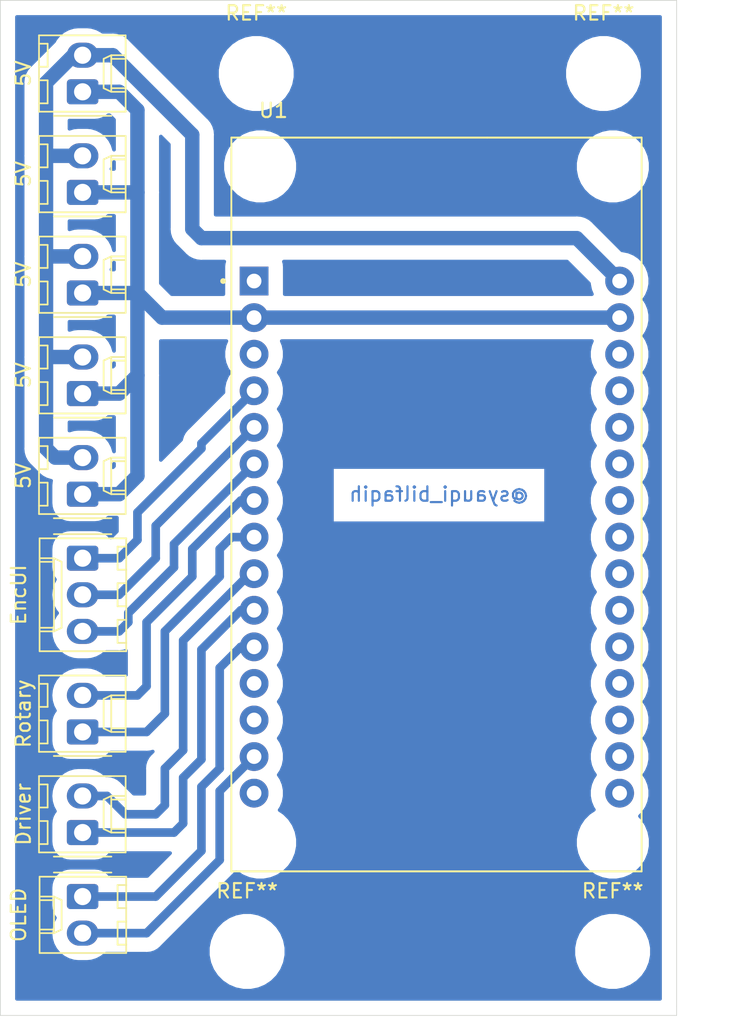
<source format=kicad_pcb>
(kicad_pcb (version 20240108) (generator "pcbnew") (generator_version "8.0")
  (layers (0 "F.Cu" signal) (31 "B.Cu" signal) (34 "B.Paste" user) (35 "F.Paste" user) (36 "B.SilkS" user "B.Silkscreen") (37 "F.SilkS" user "F.Silkscreen") (38 "B.Mask" user) (39 "F.Mask" user) (44 "Edge.Cuts" user))
  (net 0 "")
  (net 1 "SW")
  (net 2 "DT")
  (net 3 "CLK")
  (net 4 "SCL")
  (net 5 "SDA")
  (net 6 "1B")
  (net 7 "1A")
  (net 8 "EncB")
  (net 9 "EncA")
  (net 10 "5V")
  (net 11 "GND")
  (net 12 "Net-(U1-Pad16)")
  (net 13 "Net-(U1-Pad17)")
  (net 14 "Net-(U1-Pad18)")
  (net 15 "Net-(U1-Pad19)")
  (net 16 "Net-(U1-Pad20)")
  (net 17 "Net-(U1-Pad21)")
  (net 18 "Net-(U1-Pad22)")
  (net 19 "Net-(U1-Pad23)")
  (net 20 "Net-(U1-Pad24)")
  (net 21 "Net-(U1-Pad25)")
  (net 22 "Net-(U1-Pad27)")
  (net 23 "Net-(U1-Pad28)")
  (net 24 "Net-(U1-Pad15)")
  (net 25 "Net-(U1-Pad13)")
  (net 26 "Net-(U1-Pad12)")
  (net 27 "Net-(U1-Pad3)")
  (net 28 "Net-(U1-Pad1)")
  (net 29 "Net-(U1-Pad26)")
  (footprint "Connector_Molex:Molex_KK-254_AE-6410-03A_1x03_P2.54mm_Vertical" (layer "F.Cu") (at 114.3 86.36 -90)
    (property "Reference" "EncUI" (at 2.54 4.445 90) (layer "F.SilkS"))
    (property "Value" "EncUI")
    (fp_line (start -1.38 2.99) (end 6.46 2.99) (stroke (width 0.12)) (layer "F.SilkS"))
    (fp_line (start 0 2.99) (end 0 1.99) (stroke (width 0.12)) (layer "F.SilkS"))
    (fp_line (start 0.25 2.99) (end 0.25 1.99) (stroke (width 0.12)) (layer "F.SilkS"))
    (fp_line (start 4.83 2.99) (end 4.83 1.99) (stroke (width 0.12)) (layer "F.SilkS"))
    (fp_line (start 6.46 2.99) (end 6.46 -3.03) (stroke (width 0.12)) (layer "F.SilkS"))
    (fp_line (start 0 1.99) (end 5.08 1.99) (stroke (width 0.12)) (layer "F.SilkS"))
    (fp_line (start 0 1.99) (end 0.25 1.46) (stroke (width 0.12)) (layer "F.SilkS"))
    (fp_line (start 5.08 1.99) (end 5.08 2.99) (stroke (width 0.12)) (layer "F.SilkS"))
    (fp_line (start 0.25 1.46) (end 4.83 1.46) (stroke (width 0.12)) (layer "F.SilkS"))
    (fp_line (start 4.83 1.46) (end 5.08 1.99) (stroke (width 0.12)) (layer "F.SilkS"))
    (fp_line (start -1.67 -2) (end -1.67 2) (stroke (width 0.12)) (layer "F.SilkS"))
    (fp_line (start -0.8 -2.43) (end 0.8 -2.43) (stroke (width 0.12)) (layer "F.SilkS"))
    (fp_line (start 0.8 -2.43) (end 0.8 -3.03) (stroke (width 0.12)) (layer "F.SilkS"))
    (fp_line (start 1.74 -2.43) (end 3.34 -2.43) (stroke (width 0.12)) (layer "F.SilkS"))
    (fp_line (start 3.34 -2.43) (end 3.34 -3.03) (stroke (width 0.12)) (layer "F.SilkS"))
    (fp_line (start 4.28 -2.43) (end 5.88 -2.43) (stroke (width 0.12)) (layer "F.SilkS"))
    (fp_line (start 5.88 -2.43) (end 5.88 -3.03) (stroke (width 0.12)) (layer "F.SilkS"))
    (fp_line (start -1.38 -3.03) (end -1.38 2.99) (stroke (width 0.12)) (layer "F.SilkS"))
    (fp_line (start -0.8 -3.03) (end -0.8 -2.43) (stroke (width 0.12)) (layer "F.SilkS"))
    (fp_line (start 1.74 -3.03) (end 1.74 -2.43) (stroke (width 0.12)) (layer "F.SilkS"))
    (fp_line (start 4.28 -3.03) (end 4.28 -2.43) (stroke (width 0.12)) (layer "F.SilkS"))
    (fp_line (start 6.46 -3.03) (end -1.38 -3.03) (stroke (width 0.12)) (layer "F.SilkS"))
    (pad "1" thru_hole roundrect (at 0 0 270) (size 1.74 2.19) (drill 1.19) (layers "*.Cu" "*.Mask") (roundrect_rratio 0.143678) (net 3 "CLK"))
    (pad "2" thru_hole oval (at 2.54 0 270) (size 1.74 2.19) (drill 1.19) (layers "*.Cu" "*.Mask") (net 2 "DT"))
    (pad "3" thru_hole oval (at 5.08 0 270) (size 1.74 2.19) (drill 1.19) (layers "*.Cu" "*.Mask") (net 1 "SW"))
  )
  (footprint "Connector_Molex:Molex_KK-254_AE-6410-02A_1x02_P2.54mm_Vertical" (layer "F.Cu") (at 114.3 109.855 -90)
    (property "Reference" "OLED" (at 1.27 4.445 90) (layer "F.SilkS"))
    (property "Value" "Oled")
    (fp_line (start -1.38 2.99) (end 3.92 2.99) (stroke (width 0.12)) (layer "F.SilkS"))
    (fp_line (start 0 2.99) (end 0 1.99) (stroke (width 0.12)) (layer "F.SilkS"))
    (fp_line (start 0.25 2.99) (end 0.25 1.99) (stroke (width 0.12)) (layer "F.SilkS"))
    (fp_line (start 2.29 2.99) (end 2.29 1.99) (stroke (width 0.12)) (layer "F.SilkS"))
    (fp_line (start 3.92 2.99) (end 3.92 -3.03) (stroke (width 0.12)) (layer "F.SilkS"))
    (fp_line (start 0 1.99) (end 2.54 1.99) (stroke (width 0.12)) (layer "F.SilkS"))
    (fp_line (start 0 1.99) (end 0.25 1.46) (stroke (width 0.12)) (layer "F.SilkS"))
    (fp_line (start 2.54 1.99) (end 2.54 2.99) (stroke (width 0.12)) (layer "F.SilkS"))
    (fp_line (start 0.25 1.46) (end 2.29 1.46) (stroke (width 0.12)) (layer "F.SilkS"))
    (fp_line (start 2.29 1.46) (end 2.54 1.99) (stroke (width 0.12)) (layer "F.SilkS"))
    (fp_line (start -1.67 -2) (end -1.67 2) (stroke (width 0.12)) (layer "F.SilkS"))
    (fp_line (start -0.8 -2.43) (end 0.8 -2.43) (stroke (width 0.12)) (layer "F.SilkS"))
    (fp_line (start 0.8 -2.43) (end 0.8 -3.03) (stroke (width 0.12)) (layer "F.SilkS"))
    (fp_line (start 1.74 -2.43) (end 3.34 -2.43) (stroke (width 0.12)) (layer "F.SilkS"))
    (fp_line (start 3.34 -2.43) (end 3.34 -3.03) (stroke (width 0.12)) (layer "F.SilkS"))
    (fp_line (start -1.38 -3.03) (end -1.38 2.99) (stroke (width 0.12)) (layer "F.SilkS"))
    (fp_line (start -0.8 -3.03) (end -0.8 -2.43) (stroke (width 0.12)) (layer "F.SilkS"))
    (fp_line (start 1.74 -3.03) (end 1.74 -2.43) (stroke (width 0.12)) (layer "F.SilkS"))
    (fp_line (start 3.92 -3.03) (end -1.38 -3.03) (stroke (width 0.12)) (layer "F.SilkS"))
    (pad "1" thru_hole roundrect (at 0 0 270) (size 1.74 2.19) (drill 1.19) (layers "*.Cu" "*.Mask") (roundrect_rratio 0.143678) (net 5 "SDA"))
    (pad "2" thru_hole oval (at 2.54 0 270) (size 1.74 2.19) (drill 1.19) (layers "*.Cu" "*.Mask") (net 4 "SCL"))
  )
  (footprint "Connector_Molex:Molex_KK-254_AE-6410-02A_1x02_P2.54mm_Vertical" (layer "F.Cu") (at 114.3 105.41 90)
    (property "Reference" "Driver" (at 1.27 -4.12 90) (layer "F.SilkS"))
    (property "Value" "Driver")
    (fp_line (start 3.92 -3.03) (end -1.38 -3.03) (stroke (width 0.12)) (layer "F.SilkS"))
    (fp_line (start 1.74 -3.03) (end 1.74 -2.43) (stroke (width 0.12)) (layer "F.SilkS"))
    (fp_line (start -0.8 -3.03) (end -0.8 -2.43) (stroke (width 0.12)) (layer "F.SilkS"))
    (fp_line (start -1.38 -3.03) (end -1.38 2.99) (stroke (width 0.12)) (layer "F.SilkS"))
    (fp_line (start 3.34 -2.43) (end 3.34 -3.03) (stroke (width 0.12)) (layer "F.SilkS"))
    (fp_line (start 1.74 -2.43) (end 3.34 -2.43) (stroke (width 0.12)) (layer "F.SilkS"))
    (fp_line (start 0.8 -2.43) (end 0.8 -3.03) (stroke (width 0.12)) (layer "F.SilkS"))
    (fp_line (start -0.8 -2.43) (end 0.8 -2.43) (stroke (width 0.12)) (layer "F.SilkS"))
    (fp_line (start -1.67 -2) (end -1.67 2) (stroke (width 0.12)) (layer "F.SilkS"))
    (fp_line (start 2.29 1.46) (end 2.54 1.99) (stroke (width 0.12)) (layer "F.SilkS"))
    (fp_line (start 0.25 1.46) (end 2.29 1.46) (stroke (width 0.12)) (layer "F.SilkS"))
    (fp_line (start 2.54 1.99) (end 2.54 2.99) (stroke (width 0.12)) (layer "F.SilkS"))
    (fp_line (start 0 1.99) (end 0.25 1.46) (stroke (width 0.12)) (layer "F.SilkS"))
    (fp_line (start 0 1.99) (end 2.54 1.99) (stroke (width 0.12)) (layer "F.SilkS"))
    (fp_line (start 3.92 2.99) (end 3.92 -3.03) (stroke (width 0.12)) (layer "F.SilkS"))
    (fp_line (start 2.29 2.99) (end 2.29 1.99) (stroke (width 0.12)) (layer "F.SilkS"))
    (fp_line (start 0.25 2.99) (end 0.25 1.99) (stroke (width 0.12)) (layer "F.SilkS"))
    (fp_line (start 0 2.99) (end 0 1.99) (stroke (width 0.12)) (layer "F.SilkS"))
    (fp_line (start -1.38 2.99) (end 3.92 2.99) (stroke (width 0.12)) (layer "F.SilkS"))
    (pad "1" thru_hole roundrect (at 0 0 90) (size 1.74 2.19) (drill 1.19) (layers "*.Cu" "*.Mask") (roundrect_rratio 0.143678) (net 7 "1A"))
    (pad "2" thru_hole oval (at 2.54 0 90) (size 1.74 2.19) (drill 1.19) (layers "*.Cu" "*.Mask") (net 6 "1B"))
  )
  (footprint "Connector_Molex:Molex_KK-254_AE-6410-02A_1x02_P2.54mm_Vertical" (layer "F.Cu") (at 114.3 98.425 90)
    (property "Reference" "Rotary" (at 1.27 -4.12 90) (layer "F.SilkS"))
    (property "Value" "Rotary")
    (fp_line (start 3.92 -3.03) (end -1.38 -3.03) (stroke (width 0.12)) (layer "F.SilkS"))
    (fp_line (start 1.74 -3.03) (end 1.74 -2.43) (stroke (width 0.12)) (layer "F.SilkS"))
    (fp_line (start -0.8 -3.03) (end -0.8 -2.43) (stroke (width 0.12)) (layer "F.SilkS"))
    (fp_line (start -1.38 -3.03) (end -1.38 2.99) (stroke (width 0.12)) (layer "F.SilkS"))
    (fp_line (start 3.34 -2.43) (end 3.34 -3.03) (stroke (width 0.12)) (layer "F.SilkS"))
    (fp_line (start 1.74 -2.43) (end 3.34 -2.43) (stroke (width 0.12)) (layer "F.SilkS"))
    (fp_line (start 0.8 -2.43) (end 0.8 -3.03) (stroke (width 0.12)) (layer "F.SilkS"))
    (fp_line (start -0.8 -2.43) (end 0.8 -2.43) (stroke (width 0.12)) (layer "F.SilkS"))
    (fp_line (start -1.67 -2) (end -1.67 2) (stroke (width 0.12)) (layer "F.SilkS"))
    (fp_line (start 2.29 1.46) (end 2.54 1.99) (stroke (width 0.12)) (layer "F.SilkS"))
    (fp_line (start 0.25 1.46) (end 2.29 1.46) (stroke (width 0.12)) (layer "F.SilkS"))
    (fp_line (start 2.54 1.99) (end 2.54 2.99) (stroke (width 0.12)) (layer "F.SilkS"))
    (fp_line (start 0 1.99) (end 0.25 1.46) (stroke (width 0.12)) (layer "F.SilkS"))
    (fp_line (start 0 1.99) (end 2.54 1.99) (stroke (width 0.12)) (layer "F.SilkS"))
    (fp_line (start 3.92 2.99) (end 3.92 -3.03) (stroke (width 0.12)) (layer "F.SilkS"))
    (fp_line (start 2.29 2.99) (end 2.29 1.99) (stroke (width 0.12)) (layer "F.SilkS"))
    (fp_line (start 0.25 2.99) (end 0.25 1.99) (stroke (width 0.12)) (layer "F.SilkS"))
    (fp_line (start 0 2.99) (end 0 1.99) (stroke (width 0.12)) (layer "F.SilkS"))
    (fp_line (start -1.38 2.99) (end 3.92 2.99) (stroke (width 0.12)) (layer "F.SilkS"))
    (pad "1" thru_hole roundrect (at 0 0 90) (size 1.74 2.19) (drill 1.19) (layers "*.Cu" "*.Mask") (roundrect_rratio 0.143678) (net 9 "EncA"))
    (pad "2" thru_hole oval (at 2.54 0 90) (size 1.74 2.19) (drill 1.19) (layers "*.Cu" "*.Mask") (net 8 "EncB"))
  )
  (footprint "Connector_Molex:Molex_KK-254_AE-6410-02A_1x02_P2.54mm_Vertical" (layer "F.Cu") (at 114.3 67.945 90)
    (property "Reference" "5V" (at 1.27 -4.12 90) (layer "F.SilkS"))
    (property "Value" "PowerSupply")
    (fp_line (start 3.92 -3.03) (end -1.38 -3.03) (stroke (width 0.12)) (layer "F.SilkS"))
    (fp_line (start 1.74 -3.03) (end 1.74 -2.43) (stroke (width 0.12)) (layer "F.SilkS"))
    (fp_line (start -0.8 -3.03) (end -0.8 -2.43) (stroke (width 0.12)) (layer "F.SilkS"))
    (fp_line (start -1.38 -3.03) (end -1.38 2.99) (stroke (width 0.12)) (layer "F.SilkS"))
    (fp_line (start 3.34 -2.43) (end 3.34 -3.03) (stroke (width 0.12)) (layer "F.SilkS"))
    (fp_line (start 1.74 -2.43) (end 3.34 -2.43) (stroke (width 0.12)) (layer "F.SilkS"))
    (fp_line (start 0.8 -2.43) (end 0.8 -3.03) (stroke (width 0.12)) (layer "F.SilkS"))
    (fp_line (start -0.8 -2.43) (end 0.8 -2.43) (stroke (width 0.12)) (layer "F.SilkS"))
    (fp_line (start -1.67 -2) (end -1.67 2) (stroke (width 0.12)) (layer "F.SilkS"))
    (fp_line (start 2.29 1.46) (end 2.54 1.99) (stroke (width 0.12)) (layer "F.SilkS"))
    (fp_line (start 0.25 1.46) (end 2.29 1.46) (stroke (width 0.12)) (layer "F.SilkS"))
    (fp_line (start 2.54 1.99) (end 2.54 2.99) (stroke (width 0.12)) (layer "F.SilkS"))
    (fp_line (start 0 1.99) (end 0.25 1.46) (stroke (width 0.12)) (layer "F.SilkS"))
    (fp_line (start 0 1.99) (end 2.54 1.99) (stroke (width 0.12)) (layer "F.SilkS"))
    (fp_line (start 3.92 2.99) (end 3.92 -3.03) (stroke (width 0.12)) (layer "F.SilkS"))
    (fp_line (start 2.29 2.99) (end 2.29 1.99) (stroke (width 0.12)) (layer "F.SilkS"))
    (fp_line (start 0.25 2.99) (end 0.25 1.99) (stroke (width 0.12)) (layer "F.SilkS"))
    (fp_line (start 0 2.99) (end 0 1.99) (stroke (width 0.12)) (layer "F.SilkS"))
    (fp_line (start -1.38 2.99) (end 3.92 2.99) (stroke (width 0.12)) (layer "F.SilkS"))
    (pad "1" thru_hole roundrect (at 0 0 90) (size 1.74 2.19) (drill 1.19) (layers "*.Cu" "*.Mask") (roundrect_rratio 0.143678) (net 11 "GND"))
    (pad "2" thru_hole oval (at 2.54 0 90) (size 1.74 2.19) (drill 1.19) (layers "*.Cu" "*.Mask") (net 10 "5V"))
  )
  (footprint "Connector_Molex:Molex_KK-254_AE-6410-02A_1x02_P2.54mm_Vertical" (layer "F.Cu") (at 114.3 81.915 90)
    (property "Reference" "5V" (at 1.27 -4.12 90) (layer "F.SilkS"))
    (property "Value" "SupplyRotary")
    (fp_line (start 3.92 -3.03) (end -1.38 -3.03) (stroke (width 0.12)) (layer "F.SilkS"))
    (fp_line (start 1.74 -3.03) (end 1.74 -2.43) (stroke (width 0.12)) (layer "F.SilkS"))
    (fp_line (start -0.8 -3.03) (end -0.8 -2.43) (stroke (width 0.12)) (layer "F.SilkS"))
    (fp_line (start -1.38 -3.03) (end -1.38 2.99) (stroke (width 0.12)) (layer "F.SilkS"))
    (fp_line (start 3.34 -2.43) (end 3.34 -3.03) (stroke (width 0.12)) (layer "F.SilkS"))
    (fp_line (start 1.74 -2.43) (end 3.34 -2.43) (stroke (width 0.12)) (layer "F.SilkS"))
    (fp_line (start 0.8 -2.43) (end 0.8 -3.03) (stroke (width 0.12)) (layer "F.SilkS"))
    (fp_line (start -0.8 -2.43) (end 0.8 -2.43) (stroke (width 0.12)) (layer "F.SilkS"))
    (fp_line (start -1.67 -2) (end -1.67 2) (stroke (width 0.12)) (layer "F.SilkS"))
    (fp_line (start 2.29 1.46) (end 2.54 1.99) (stroke (width 0.12)) (layer "F.SilkS"))
    (fp_line (start 0.25 1.46) (end 2.29 1.46) (stroke (width 0.12)) (layer "F.SilkS"))
    (fp_line (start 2.54 1.99) (end 2.54 2.99) (stroke (width 0.12)) (layer "F.SilkS"))
    (fp_line (start 0 1.99) (end 0.25 1.46) (stroke (width 0.12)) (layer "F.SilkS"))
    (fp_line (start 0 1.99) (end 2.54 1.99) (stroke (width 0.12)) (layer "F.SilkS"))
    (fp_line (start 3.92 2.99) (end 3.92 -3.03) (stroke (width 0.12)) (layer "F.SilkS"))
    (fp_line (start 2.29 2.99) (end 2.29 1.99) (stroke (width 0.12)) (layer "F.SilkS"))
    (fp_line (start 0.25 2.99) (end 0.25 1.99) (stroke (width 0.12)) (layer "F.SilkS"))
    (fp_line (start 0 2.99) (end 0 1.99) (stroke (width 0.12)) (layer "F.SilkS"))
    (fp_line (start -1.38 2.99) (end 3.92 2.99) (stroke (width 0.12)) (layer "F.SilkS"))
    (pad "1" thru_hole roundrect (at 0 0 90) (size 1.74 2.19) (drill 1.19) (layers "*.Cu" "*.Mask") (roundrect_rratio 0.143678) (net 11 "GND"))
    (pad "2" thru_hole oval (at 2.54 0 90) (size 1.74 2.19) (drill 1.19) (layers "*.Cu" "*.Mask") (net 10 "5V"))
  )
  (footprint "Connector_Molex:Molex_KK-254_AE-6410-02A_1x02_P2.54mm_Vertical" (layer "F.Cu") (at 114.3 74.93 90)
    (property "Reference" "5V" (at 1.27 -4.12 90) (layer "F.SilkS"))
    (property "Value" "SupplyDriver")
    (fp_line (start 3.92 -3.03) (end -1.38 -3.03) (stroke (width 0.12)) (layer "F.SilkS"))
    (fp_line (start 1.74 -3.03) (end 1.74 -2.43) (stroke (width 0.12)) (layer "F.SilkS"))
    (fp_line (start -0.8 -3.03) (end -0.8 -2.43) (stroke (width 0.12)) (layer "F.SilkS"))
    (fp_line (start -1.38 -3.03) (end -1.38 2.99) (stroke (width 0.12)) (layer "F.SilkS"))
    (fp_line (start 3.34 -2.43) (end 3.34 -3.03) (stroke (width 0.12)) (layer "F.SilkS"))
    (fp_line (start 1.74 -2.43) (end 3.34 -2.43) (stroke (width 0.12)) (layer "F.SilkS"))
    (fp_line (start 0.8 -2.43) (end 0.8 -3.03) (stroke (width 0.12)) (layer "F.SilkS"))
    (fp_line (start -0.8 -2.43) (end 0.8 -2.43) (stroke (width 0.12)) (layer "F.SilkS"))
    (fp_line (start -1.67 -2) (end -1.67 2) (stroke (width 0.12)) (layer "F.SilkS"))
    (fp_line (start 2.29 1.46) (end 2.54 1.99) (stroke (width 0.12)) (layer "F.SilkS"))
    (fp_line (start 0.25 1.46) (end 2.29 1.46) (stroke (width 0.12)) (layer "F.SilkS"))
    (fp_line (start 2.54 1.99) (end 2.54 2.99) (stroke (width 0.12)) (layer "F.SilkS"))
    (fp_line (start 0 1.99) (end 0.25 1.46) (stroke (width 0.12)) (layer "F.SilkS"))
    (fp_line (start 0 1.99) (end 2.54 1.99) (stroke (width 0.12)) (layer "F.SilkS"))
    (fp_line (start 3.92 2.99) (end 3.92 -3.03) (stroke (width 0.12)) (layer "F.SilkS"))
    (fp_line (start 2.29 2.99) (end 2.29 1.99) (stroke (width 0.12)) (layer "F.SilkS"))
    (fp_line (start 0.25 2.99) (end 0.25 1.99) (stroke (width 0.12)) (layer "F.SilkS"))
    (fp_line (start 0 2.99) (end 0 1.99) (stroke (width 0.12)) (layer "F.SilkS"))
    (fp_line (start -1.38 2.99) (end 3.92 2.99) (stroke (width 0.12)) (layer "F.SilkS"))
    (pad "1" thru_hole roundrect (at 0 0 90) (size 1.74 2.19) (drill 1.19) (layers "*.Cu" "*.Mask") (roundrect_rratio 0.143678) (net 11 "GND"))
    (pad "2" thru_hole oval (at 2.54 0 90) (size 1.74 2.19) (drill 1.19) (layers "*.Cu" "*.Mask") (net 10 "5V"))
  )
  (footprint "Connector_Molex:Molex_KK-254_AE-6410-02A_1x02_P2.54mm_Vertical" (layer "F.Cu") (at 114.3 60.96 90)
    (property "Reference" "5V" (at 1.27 -4.12 90) (layer "F.SilkS"))
    (property "Value" "SupplyOled")
    (fp_line (start 3.92 -3.03) (end -1.38 -3.03) (stroke (width 0.12)) (layer "F.SilkS"))
    (fp_line (start 1.74 -3.03) (end 1.74 -2.43) (stroke (width 0.12)) (layer "F.SilkS"))
    (fp_line (start -0.8 -3.03) (end -0.8 -2.43) (stroke (width 0.12)) (layer "F.SilkS"))
    (fp_line (start -1.38 -3.03) (end -1.38 2.99) (stroke (width 0.12)) (layer "F.SilkS"))
    (fp_line (start 3.34 -2.43) (end 3.34 -3.03) (stroke (width 0.12)) (layer "F.SilkS"))
    (fp_line (start 1.74 -2.43) (end 3.34 -2.43) (stroke (width 0.12)) (layer "F.SilkS"))
    (fp_line (start 0.8 -2.43) (end 0.8 -3.03) (stroke (width 0.12)) (layer "F.SilkS"))
    (fp_line (start -0.8 -2.43) (end 0.8 -2.43) (stroke (width 0.12)) (layer "F.SilkS"))
    (fp_line (start -1.67 -2) (end -1.67 2) (stroke (width 0.12)) (layer "F.SilkS"))
    (fp_line (start 2.29 1.46) (end 2.54 1.99) (stroke (width 0.12)) (layer "F.SilkS"))
    (fp_line (start 0.25 1.46) (end 2.29 1.46) (stroke (width 0.12)) (layer "F.SilkS"))
    (fp_line (start 2.54 1.99) (end 2.54 2.99) (stroke (width 0.12)) (layer "F.SilkS"))
    (fp_line (start 0 1.99) (end 0.25 1.46) (stroke (width 0.12)) (layer "F.SilkS"))
    (fp_line (start 0 1.99) (end 2.54 1.99) (stroke (width 0.12)) (layer "F.SilkS"))
    (fp_line (start 3.92 2.99) (end 3.92 -3.03) (stroke (width 0.12)) (layer "F.SilkS"))
    (fp_line (start 2.29 2.99) (end 2.29 1.99) (stroke (width 0.12)) (layer "F.SilkS"))
    (fp_line (start 0.25 2.99) (end 0.25 1.99) (stroke (width 0.12)) (layer "F.SilkS"))
    (fp_line (start 0 2.99) (end 0 1.99) (stroke (width 0.12)) (layer "F.SilkS"))
    (fp_line (start -1.38 2.99) (end 3.92 2.99) (stroke (width 0.12)) (layer "F.SilkS"))
    (pad "1" thru_hole roundrect (at 0 0 90) (size 1.74 2.19) (drill 1.19) (layers "*.Cu" "*.Mask") (roundrect_rratio 0.143678) (net 11 "GND"))
    (pad "2" thru_hole oval (at 2.54 0 90) (size 1.74 2.19) (drill 1.19) (layers "*.Cu" "*.Mask") (net 10 "5V"))
  )
  (footprint "Connector_Molex:Molex_KK-254_AE-6410-02A_1x02_P2.54mm_Vertical" (layer "F.Cu") (at 114.3 53.975 90)
    (property "Reference" "5V" (at 1.27 -4.12 90) (layer "F.SilkS"))
    (property "Value" "SupplyEncUI")
    (fp_line (start 3.92 -3.03) (end -1.38 -3.03) (stroke (width 0.12)) (layer "F.SilkS"))
    (fp_line (start 1.74 -3.03) (end 1.74 -2.43) (stroke (width 0.12)) (layer "F.SilkS"))
    (fp_line (start -0.8 -3.03) (end -0.8 -2.43) (stroke (width 0.12)) (layer "F.SilkS"))
    (fp_line (start -1.38 -3.03) (end -1.38 2.99) (stroke (width 0.12)) (layer "F.SilkS"))
    (fp_line (start 3.34 -2.43) (end 3.34 -3.03) (stroke (width 0.12)) (layer "F.SilkS"))
    (fp_line (start 1.74 -2.43) (end 3.34 -2.43) (stroke (width 0.12)) (layer "F.SilkS"))
    (fp_line (start 0.8 -2.43) (end 0.8 -3.03) (stroke (width 0.12)) (layer "F.SilkS"))
    (fp_line (start -0.8 -2.43) (end 0.8 -2.43) (stroke (width 0.12)) (layer "F.SilkS"))
    (fp_line (start -1.67 -2) (end -1.67 2) (stroke (width 0.12)) (layer "F.SilkS"))
    (fp_line (start 2.29 1.46) (end 2.54 1.99) (stroke (width 0.12)) (layer "F.SilkS"))
    (fp_line (start 0.25 1.46) (end 2.29 1.46) (stroke (width 0.12)) (layer "F.SilkS"))
    (fp_line (start 2.54 1.99) (end 2.54 2.99) (stroke (width 0.12)) (layer "F.SilkS"))
    (fp_line (start 0 1.99) (end 0.25 1.46) (stroke (width 0.12)) (layer "F.SilkS"))
    (fp_line (start 0 1.99) (end 2.54 1.99) (stroke (width 0.12)) (layer "F.SilkS"))
    (fp_line (start 3.92 2.99) (end 3.92 -3.03) (stroke (width 0.12)) (layer "F.SilkS"))
    (fp_line (start 2.29 2.99) (end 2.29 1.99) (stroke (width 0.12)) (layer "F.SilkS"))
    (fp_line (start 0.25 2.99) (end 0.25 1.99) (stroke (width 0.12)) (layer "F.SilkS"))
    (fp_line (start 0 2.99) (end 0 1.99) (stroke (width 0.12)) (layer "F.SilkS"))
    (fp_line (start -1.38 2.99) (end 3.92 2.99) (stroke (width 0.12)) (layer "F.SilkS"))
    (pad "1" thru_hole roundrect (at 0 0 90) (size 1.74 2.19) (drill 1.19) (layers "*.Cu" "*.Mask") (roundrect_rratio 0.143678) (net 11 "GND"))
    (pad "2" thru_hole oval (at 2.54 0 90) (size 1.74 2.19) (drill 1.19) (layers "*.Cu" "*.Mask") (net 10 "5V"))
  )
  (footprint "ESP32:MODULE_ESP32_DEVKIT_V1" (layer "F.Cu") (at 138.915 82.63)
    (property "Reference" "U1" (at -11.355 -27.36 0) (layer "F.SilkS"))
    (property "Value" "ESP32-DEVKIT-V1")
    (fp_line (start -14.28 -25.475) (end -3.211 -25.475) (stroke (width 0.127)) (layer "F.SilkS"))
    (fp_line (start -14.28 -25.475) (end 14.23 -25.475) (stroke (width 0.127)) (layer "F.SilkS"))
    (fp_line (start -14.28 25.475) (end -14.28 -25.475) (stroke (width 0.127)) (layer "F.SilkS"))
    (fp_line (start -14.28 25.475) (end -14.28 -25.475) (stroke (width 0.127)) (layer "F.SilkS"))
    (fp_line (start -14.28 25.475) (end -8.91 25.475) (stroke (width 0.127)) (layer "F.SilkS"))
    (fp_line (start -8.91 25.475) (end 8.78 25.475) (stroke (width 0.127)) (layer "F.SilkS"))
    (fp_line (start -3.211 -25.475) (end 3.5 -25.475) (stroke (width 0.127)) (layer "F.SilkS"))
    (fp_line (start 3.5 -25.475) (end 14.23 -25.475) (stroke (width 0.127)) (layer "F.SilkS"))
    (fp_line (start 8.78 25.475) (end 14.23 25.475) (stroke (width 0.127)) (layer "F.SilkS"))
    (fp_line (start 14.23 -25.475) (end 14.23 25.475) (stroke (width 0.127)) (layer "F.SilkS"))
    (fp_line (start 14.23 -25.475) (end 14.23 25.475) (stroke (width 0.127)) (layer "F.SilkS"))
    (fp_line (start 14.23 25.475) (end -14.28 25.475) (stroke (width 0.127)) (layer "F.SilkS"))
    (fp_circle (center -14.85 -15.515) (end -14.75 -15.515) (stroke (width 0.2)) (fill none) (layer "F.SilkS"))
    (pad "" np_thru_hole circle (at -12.28 -23.475) (size 3 3) (drill 3) (layers "*.Cu" "*.Mask"))
    (pad "" np_thru_hole circle (at -12.28 23.475) (size 3 3) (drill 3) (layers "*.Cu" "*.Mask"))
    (pad "" np_thru_hole circle (at 12.23 -23.475) (size 3 3) (drill 3) (layers "*.Cu" "*.Mask"))
    (pad "" np_thru_hole circle (at 12.23 23.475) (size 3 3) (drill 3) (layers "*.Cu" "*.Mask"))
    (pad "1" thru_hole rect (at -12.7 -15.515) (size 2 2) (drill 1.02) (layers "*.Cu" "*.Mask") (net 28 "Net-(U1-Pad1)"))
    (pad "2" thru_hole circle (at -12.7 -12.975) (size 2 2) (drill 1.02) (layers "*.Cu" "*.Mask") (net 11 "GND"))
    (pad "3" thru_hole circle (at -12.7 -10.435) (size 2 2) (drill 1.02) (layers "*.Cu" "*.Mask") (net 27 "Net-(U1-Pad3)"))
    (pad "4" thru_hole circle (at -12.7 -7.895) (size 2 2) (drill 1.02) (layers "*.Cu" "*.Mask") (net 3 "CLK"))
    (pad "5" thru_hole circle (at -12.7 -5.355) (size 2 2) (drill 1.02) (layers "*.Cu" "*.Mask") (net 2 "DT"))
    (pad "6" thru_hole circle (at -12.7 -2.815) (size 2 2) (drill 1.02) (layers "*.Cu" "*.Mask") (net 1 "SW"))
    (pad "7" thru_hole circle (at -12.7 -0.275) (size 2 2) (drill 1.02) (layers "*.Cu" "*.Mask") (net 8 "EncB"))
    (pad "8" thru_hole circle (at -12.7 2.265) (size 2 2) (drill 1.02) (layers "*.Cu" "*.Mask") (net 9 "EncA"))
    (pad "9" thru_hole circle (at -12.7 4.805) (size 2 2) (drill 1.02) (layers "*.Cu" "*.Mask") (net 6 "1B"))
    (pad "10" thru_hole circle (at -12.7 7.345) (size 2 2) (drill 1.02) (layers "*.Cu" "*.Mask") (net 7 "1A"))
    (pad "11" thru_hole circle (at -12.7 9.885) (size 2 2) (drill 1.02) (layers "*.Cu" "*.Mask") (net 5 "SDA"))
    (pad "12" thru_hole circle (at -12.7 12.425) (size 2 2) (drill 1.02) (layers "*.Cu" "*.Mask") (net 26 "Net-(U1-Pad12)"))
    (pad "13" thru_hole circle (at -12.7 14.965) (size 2 2) (drill 1.02) (layers "*.Cu" "*.Mask") (net 25 "Net-(U1-Pad13)"))
    (pad "14" thru_hole circle (at -12.7 17.505) (size 2 2) (drill 1.02) (layers "*.Cu" "*.Mask") (net 4 "SCL"))
    (pad "15" thru_hole circle (at -12.7 20.045) (size 2 2) (drill 1.02) (layers "*.Cu" "*.Mask") (net 24 "Net-(U1-Pad15)"))
    (pad "16" thru_hole circle (at 12.7 20.045) (size 2 2) (drill 1.02) (layers "*.Cu" "*.Mask") (net 12 "Net-(U1-Pad16)"))
    (pad "17" thru_hole circle (at 12.7 17.505) (size 2 2) (drill 1.02) (layers "*.Cu" "*.Mask") (net 13 "Net-(U1-Pad17)"))
    (pad "18" thru_hole circle (at 12.7 14.965) (size 2 2) (drill 1.02) (layers "*.Cu" "*.Mask") (net 14 "Net-(U1-Pad18)"))
    (pad "19" thru_hole circle (at 12.7 12.425) (size 2 2) (drill 1.02) (layers "*.Cu" "*.Mask") (net 15 "Net-(U1-Pad19)"))
    (pad "20" thru_hole circle (at 12.7 9.885) (size 2 2) (drill 1.02) (layers "*.Cu" "*.Mask") (net 16 "Net-(U1-Pad20)"))
    (pad "21" thru_hole circle (at 12.7 7.345) (size 2 2) (drill 1.02) (layers "*.Cu" "*.Mask") (net 17 "Net-(U1-Pad21)"))
    (pad "22" thru_hole circle (at 12.7 4.805) (size 2 2) (drill 1.02) (layers "*.Cu" "*.Mask") (net 18 "Net-(U1-Pad22)"))
    (pad "23" thru_hole circle (at 12.7 2.265) (size 2 2) (drill 1.02) (layers "*.Cu" "*.Mask") (net 19 "Net-(U1-Pad23)"))
    (pad "24" thru_hole circle (at 12.7 -0.275) (size 2 2) (drill 1.02) (layers "*.Cu" "*.Mask") (net 20 "Net-(U1-Pad24)"))
    (pad "25" thru_hole circle (at 12.7 -2.815) (size 2 2) (drill 1.02) (layers "*.Cu" "*.Mask") (net 21 "Net-(U1-Pad25)"))
    (pad "26" thru_hole circle (at 12.7 -5.355) (size 2 2) (drill 1.02) (layers "*.Cu" "*.Mask") (net 29 "Net-(U1-Pad26)"))
    (pad "27" thru_hole circle (at 12.7 -7.895) (size 2 2) (drill 1.02) (layers "*.Cu" "*.Mask") (net 22 "Net-(U1-Pad27)"))
    (pad "28" thru_hole circle (at 12.7 -10.435) (size 2 2) (drill 1.02) (layers "*.Cu" "*.Mask") (net 23 "Net-(U1-Pad28)"))
    (pad "29" thru_hole circle (at 12.7 -12.975) (size 2 2) (drill 1.02) (layers "*.Cu" "*.Mask") (net 11 "GND"))
    (pad "30" thru_hole circle (at 12.7 -15.515) (size 2 2) (drill 1.02) (layers "*.Cu" "*.Mask") (net 10 "5V"))
  )
  (footprint "MountingHole:MountingHole_3.2mm_M3" (layer "F.Cu") (at 150.495 52.705)
    (property "Reference" "REF**" (at 0 -4.2 0) (layer "F.SilkS"))
    (property "Value" "MountingHole_3.2mm_M3")
    (pad "" np_thru_hole circle (at 0 0) (size 3.2 3.2) (drill 3.2) (layers "*.Cu" "*.Mask"))
  )
  (footprint "MountingHole:MountingHole_3.2mm_M3" (layer "F.Cu") (at 125.73 113.665)
    (property "Reference" "REF**" (at 0 -4.2 0) (layer "F.SilkS"))
    (property "Value" "MountingHole_3.2mm_M3")
    (pad "" np_thru_hole circle (at 0 0) (size 3.2 3.2) (drill 3.2) (layers "*.Cu" "*.Mask"))
  )
  (footprint "MountingHole:MountingHole_3.2mm_M3" (layer "F.Cu") (at 126.365 52.705)
    (property "Reference" "REF**" (at 0 -4.2 0) (layer "F.SilkS"))
    (property "Value" "MountingHole_3.2mm_M3")
    (pad "" np_thru_hole circle (at 0 0) (size 3.2 3.2) (drill 3.2) (layers "*.Cu" "*.Mask"))
  )
  (footprint "MountingHole:MountingHole_3.2mm_M3" (layer "F.Cu") (at 151.13 113.665)
    (property "Reference" "REF**" (at 0 -4.2 0) (layer "F.SilkS"))
    (property "Value" "MountingHole_3.2mm_M3")
    (pad "" np_thru_hole circle (at 0 0) (size 3.2 3.2) (drill 3.2) (layers "*.Cu" "*.Mask"))
  )
  (gr_line (start 155.575 118.11) (end 108.585 118.11) (stroke (width 0.05)) (layer "Edge.Cuts"))
  (gr_line (start 155.575 47.625) (end 155.575 117.475) (stroke (width 0.05)) (layer "Edge.Cuts"))
  (gr_line (start 108.585 118.11) (end 108.585 47.625) (stroke (width 0.05)) (layer "Edge.Cuts"))
  (gr_line (start 108.585 47.625) (end 155.575 47.625) (stroke (width 0.05)) (layer "Edge.Cuts"))
  (gr_line (start 155.575 117.475) (end 155.575 118.11) (stroke (width 0.05)) (layer "Edge.Cuts"))
  (gr_text "@syauqi_bilfaqih" (at 139.065 81.915 0) (layer "B.Cu") (effects (font (size 1 1)) (justify mirror)))
  (segment (start 116.84 91.44) (end 117.475 90.805) (width 0.6) (layer "B.Cu") (net 1))
  (segment (start 117.475 90.805) (end 117.475 90.17) (width 0.6) (layer "B.Cu") (net 1))
  (segment (start 117.475 90.17) (end 120.65 86.995) (width 0.6) (layer "B.Cu") (net 1))
  (segment (start 120.65 86.995) (end 120.65 85.38) (width 0.6) (layer "B.Cu") (net 1))
  (segment (start 114.3 91.44) (end 116.84 91.44) (width 0.6) (layer "B.Cu") (net 1))
  (segment (start 120.65 85.38) (end 126.215 79.815) (width 0.6) (layer "B.Cu") (net 1))
  (segment (start 126.215 77.275) (end 119.38 84.11) (width 0.6) (layer "B.Cu") (net 2))
  (segment (start 119.38 86.36) (end 116.84 88.9) (width 0.6) (layer "B.Cu") (net 2))
  (segment (start 116.84 88.9) (end 114.3 88.9) (width 0.6) (layer "B.Cu") (net 2))
  (segment (start 119.38 84.11) (end 119.38 86.36) (width 0.6) (layer "B.Cu") (net 2))
  (segment (start 118.11 83.185) (end 122.555 78.74) (width 0.6) (layer "B.Cu") (net 3))
  (segment (start 122.555 78.395) (end 126.215 74.735) (width 0.6) (layer "B.Cu") (net 3))
  (segment (start 116.84 86.36) (end 118.11 85.09) (width 0.6) (layer "B.Cu") (net 3))
  (segment (start 118.11 85.09) (end 118.11 83.185) (width 0.6) (layer "B.Cu") (net 3))
  (segment (start 114.3 86.36) (end 116.84 86.36) (width 0.6) (layer "B.Cu") (net 3))
  (segment (start 122.555 78.74) (end 122.555 78.395) (width 0.6) (layer "B.Cu") (net 3))
  (segment (start 123.825 107.315) (end 123.825 102.525) (width 0.6) (layer "B.Cu") (net 4))
  (segment (start 114.3 112.395) (end 118.745 112.395) (width 0.6) (layer "B.Cu") (net 4))
  (segment (start 118.745 112.395) (end 123.825 107.315) (width 0.6) (layer "B.Cu") (net 4))
  (segment (start 123.825 102.525) (end 126.215 100.135) (width 0.6) (layer "B.Cu") (net 4))
  (segment (start 122.555 102.235) (end 123.825 100.965) (width 0.6) (layer "B.Cu") (net 5))
  (segment (start 122.555 106.68) (end 122.555 102.235) (width 0.6) (layer "B.Cu") (net 5))
  (segment (start 125.29 92.515) (end 126.215 92.515) (width 0.6) (layer "B.Cu") (net 5))
  (segment (start 123.825 100.965) (end 123.825 93.98) (width 0.6) (layer "B.Cu") (net 5))
  (segment (start 114.3 109.855) (end 119.38 109.855) (width 0.6) (layer "B.Cu") (net 5))
  (segment (start 123.825 93.98) (end 125.29 92.515) (width 0.6) (layer "B.Cu") (net 5))
  (segment (start 119.38 109.855) (end 122.555 106.68) (width 0.6) (layer "B.Cu") (net 5))
  (segment (start 121.285 92.075) (end 125.925 87.435) (width 0.6) (layer "B.Cu") (net 6))
  (segment (start 120.015 100.965) (end 121.285 99.695) (width 0.6) (layer "B.Cu") (net 6))
  (segment (start 114.3 102.87) (end 115.995 102.87) (width 0.6) (layer "B.Cu") (net 6))
  (segment (start 115.995 102.87) (end 117.265 104.14) (width 0.6) (layer "B.Cu") (net 6))
  (segment (start 119.38 104.14) (end 120.015 103.505) (width 0.6) (layer "B.Cu") (net 6))
  (segment (start 117.265 104.14) (end 119.38 104.14) (width 0.6) (layer "B.Cu") (net 6))
  (segment (start 120.015 103.505) (end 120.015 100.965) (width 0.6) (layer "B.Cu") (net 6))
  (segment (start 125.925 87.435) (end 126.215 87.435) (width 0.6) (layer "B.Cu") (net 6))
  (segment (start 121.285 99.695) (end 121.285 92.075) (width 0.6) (layer "B.Cu") (net 6))
  (segment (start 125.29 89.975) (end 126.215 89.975) (width 0.6) (layer "B.Cu") (net 7))
  (segment (start 122.555 92.71) (end 125.29 89.975) (width 0.6) (layer "B.Cu") (net 7))
  (segment (start 122.555 100.33) (end 122.555 92.71) (width 0.6) (layer "B.Cu") (net 7))
  (segment (start 120.65 105.41) (end 121.285 104.775) (width 0.6) (layer "B.Cu") (net 7))
  (segment (start 114.3 105.41) (end 120.65 105.41) (width 0.6) (layer "B.Cu") (net 7))
  (segment (start 121.285 101.6) (end 122.555 100.33) (width 0.6) (layer "B.Cu") (net 7))
  (segment (start 121.285 104.775) (end 121.285 101.6) (width 0.6) (layer "B.Cu") (net 7))
  (segment (start 121.92 87.63) (end 121.92 85.725) (width 0.6) (layer "B.Cu") (net 8))
  (segment (start 121.92 85.725) (end 125.29 82.355) (width 0.6) (layer "B.Cu") (net 8))
  (segment (start 118.745 95.25) (end 118.745 90.805) (width 0.6) (layer "B.Cu") (net 8))
  (segment (start 118.11 95.885) (end 118.745 95.25) (width 0.6) (layer "B.Cu") (net 8))
  (segment (start 125.29 82.355) (end 126.215 82.355) (width 0.6) (layer "B.Cu") (net 8))
  (segment (start 118.745 90.805) (end 121.92 87.63) (width 0.6) (layer "B.Cu") (net 8))
  (segment (start 114.3 95.885) (end 118.11 95.885) (width 0.6) (layer "B.Cu") (net 8))
  (segment (start 120.015 91.44) (end 123.825 87.63) (width 0.6) (layer "B.Cu") (net 9))
  (segment (start 123.825 85.725) (end 124.655 84.895) (width 0.6) (layer "B.Cu") (net 9))
  (segment (start 120.015 97.155) (end 120.015 91.44) (width 0.6) (layer "B.Cu") (net 9))
  (segment (start 118.745 98.425) (end 120.015 97.155) (width 0.6) (layer "B.Cu") (net 9))
  (segment (start 123.825 87.63) (end 123.825 85.725) (width 0.6) (layer "B.Cu") (net 9))
  (segment (start 124.655 84.895) (end 126.215 84.895) (width 0.6) (layer "B.Cu") (net 9))
  (segment (start 114.3 98.425) (end 118.745 98.425) (width 0.6) (layer "B.Cu") (net 9))
  (segment (start 122.555 64.135) (end 148.635 64.135) (width 1) (layer "B.Cu") (net 10))
  (segment (start 114.3 79.375) (end 112.395 79.375) (width 1) (layer "B.Cu") (net 10))
  (segment (start 116.395 51.435) (end 121.92 56.96) (width 1) (layer "B.Cu") (net 10))
  (segment (start 114.3 65.405) (end 111.76 65.405) (width 1) (layer "B.Cu") (net 10))
  (segment (start 121.92 56.96) (end 121.92 63.5) (width 1) (layer "B.Cu") (net 10))
  (segment (start 111.76 72.39) (end 111.76 65.405) (width 1) (layer "B.Cu") (net 10))
  (segment (start 111.76 58.42) (end 111.76 53.34) (width 1) (layer "B.Cu") (net 10))
  (segment (start 112.395 79.375) (end 111.76 78.74) (width 1) (layer "B.Cu") (net 10))
  (segment (start 114.3 58.42) (end 111.76 58.42) (width 1) (layer "B.Cu") (net 10))
  (segment (start 148.635 64.135) (end 151.615 67.115) (width 1) (layer "B.Cu") (net 10))
  (segment (start 111.76 78.74) (end 111.76 72.39) (width 1) (layer "B.Cu") (net 10))
  (segment (start 111.76 65.405) (end 111.76 58.42) (width 1) (layer "B.Cu") (net 10))
  (segment (start 114.3 72.39) (end 111.76 72.39) (width 1) (layer "B.Cu") (net 10))
  (segment (start 111.76 53.34) (end 113.665 51.435) (width 1) (layer "B.Cu") (net 10))
  (segment (start 114.3 51.435) (end 116.395 51.435) (width 1) (layer "B.Cu") (net 10))
  (segment (start 121.92 63.5) (end 122.555 64.135) (width 1) (layer "B.Cu") (net 10))
  (segment (start 113.665 51.435) (end 114.3 51.435) (width 1) (layer "B.Cu") (net 10))
  (segment (start 114.3 81.915) (end 116.84 81.915) (width 1) (layer "B.Cu") (net 11))
  (segment (start 118.11 73.66) (end 118.11 67.945) (width 1) (layer "B.Cu") (net 11))
  (segment (start 118.11 67.945) (end 114.3 67.945) (width 1) (layer "B.Cu") (net 11))
  (segment (start 114.3 74.93) (end 116.84 74.93) (width 1) (layer "B.Cu") (net 11))
  (segment (start 114.3 60.96) (end 118.11 60.96) (width 1) (layer "B.Cu") (net 11))
  (segment (start 118.11 60.96) (end 118.11 67.945) (width 1) (layer "B.Cu") (net 11))
  (segment (start 114.3 53.975) (end 116.84 53.975) (width 1) (layer "B.Cu") (net 11))
  (segment (start 116.84 53.975) (end 118.11 55.245) (width 1) (layer "B.Cu") (net 11))
  (segment (start 116.84 81.915) (end 118.11 80.645) (width 1) (layer "B.Cu") (net 11))
  (segment (start 116.84 74.93) (end 118.11 73.66) (width 1) (layer "B.Cu") (net 11))
  (segment (start 119.82 69.655) (end 118.11 67.945) (width 1) (layer "B.Cu") (net 11))
  (segment (start 118.11 80.645) (end 118.11 73.66) (width 1) (layer "B.Cu") (net 11))
  (segment (start 126.215 69.655) (end 119.82 69.655) (width 1) (layer "B.Cu") (net 11))
  (segment (start 118.11 55.245) (end 118.11 60.96) (width 1) (layer "B.Cu") (net 11))
  (segment (start 126.215 69.655) (end 151.615 69.655) (width 1) (layer "B.Cu") (net 11))
  (zone (net 0) (net_name "") (layer "B.Cu") (connect_pads (clearance 1)) (min_thickness 0.254) (fill yes (thermal_gap 0.508) (thermal_bridge_width 0.508))
    (polygon (pts (xy 155.575 118.11) (xy 108.585 118.11) (xy 108.585 47.625) (xy 155.575 47.625)))
  )
)
</source>
